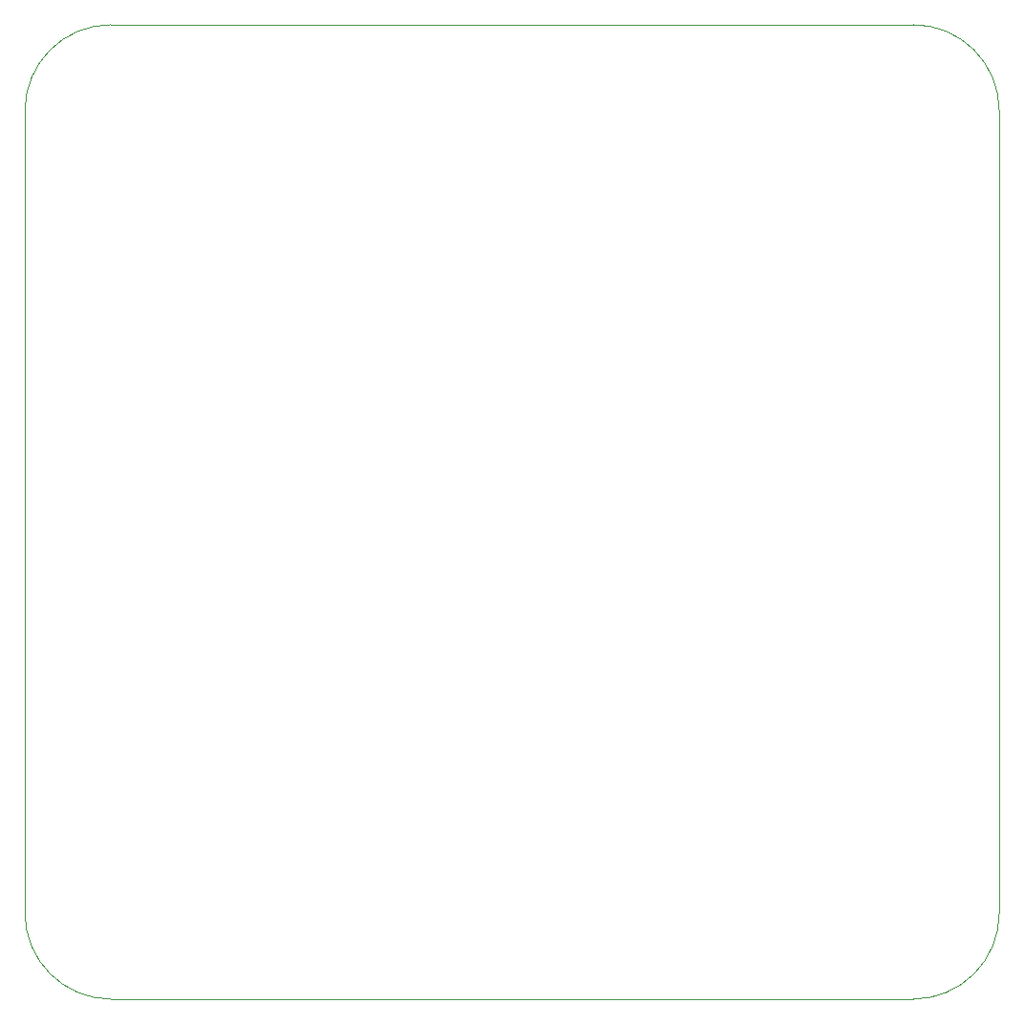
<source format=gm1>
G04 #@! TF.GenerationSoftware,KiCad,Pcbnew,6.0.11-2627ca5db0~126~ubuntu20.04.1*
G04 #@! TF.CreationDate,2023-02-19T14:42:03+01:00*
G04 #@! TF.ProjectId,MQTTbug,4d515454-6275-4672-9e6b-696361645f70,rev?*
G04 #@! TF.SameCoordinates,Original*
G04 #@! TF.FileFunction,Profile,NP*
%FSLAX46Y46*%
G04 Gerber Fmt 4.6, Leading zero omitted, Abs format (unit mm)*
G04 Created by KiCad (PCBNEW 6.0.11-2627ca5db0~126~ubuntu20.04.1) date 2023-02-19 14:42:03*
%MOMM*%
%LPD*%
G01*
G04 APERTURE LIST*
G04 #@! TA.AperFunction,Profile*
%ADD10C,0.100000*%
G04 #@! TD*
G04 APERTURE END LIST*
D10*
X50800000Y-129540000D02*
X50800000Y-58420000D01*
X129540000Y-137160000D02*
G75*
G03*
X137160000Y-129540000I0J7620000D01*
G01*
X58420000Y-50800000D02*
G75*
G03*
X50800000Y-58420000I0J-7620000D01*
G01*
X58420000Y-50800000D02*
X129540000Y-50800000D01*
X137160000Y-58420000D02*
G75*
G03*
X129540000Y-50800000I-7620000J0D01*
G01*
X129540000Y-137160000D02*
X58420000Y-137160000D01*
X50800000Y-129540000D02*
G75*
G03*
X58420000Y-137160000I7620000J0D01*
G01*
X137160000Y-58420000D02*
X137160000Y-129540000D01*
M02*

</source>
